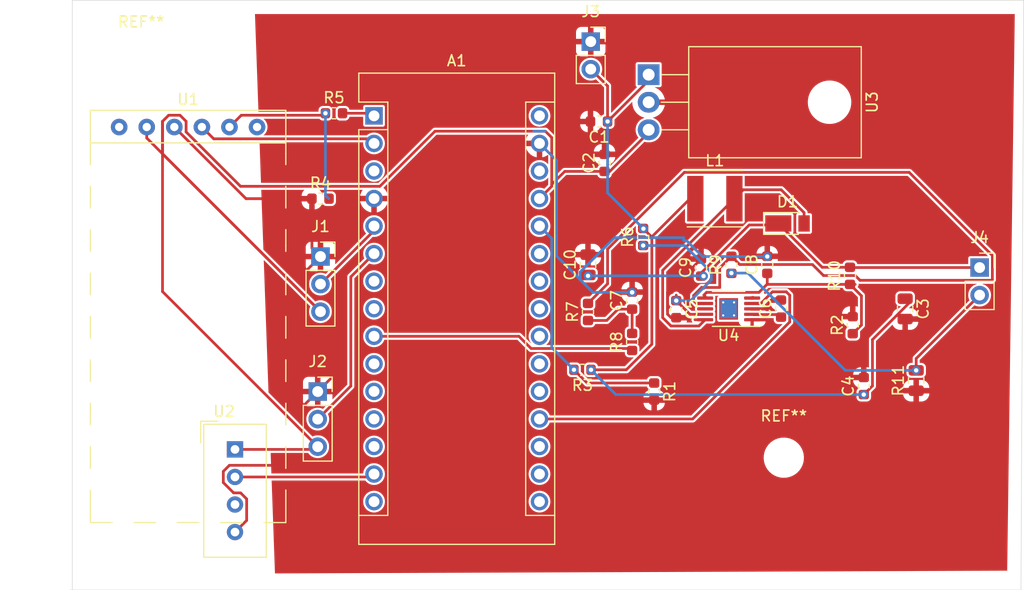
<source format=kicad_pcb>
(kicad_pcb (version 20221018) (generator pcbnew)
  (layers (0 "F.Cu" signal) (31 "B.Cu" signal) (34 "B.Paste" user) (35 "F.Paste" user) (36 "B.SilkS" user "B.Silkscreen") (37 "F.SilkS" user "F.Silkscreen") (38 "B.Mask" user) (39 "F.Mask" user) (44 "Edge.Cuts" user))
  (net 0 "")
  (net 1 "Net-(A1-Pad14)")
  (net 2 "Earth")
  (net 3 "+5V")
  (net 4 "Net-(A1-Pad26)")
  (net 5 "Net-(A1-Pad9)")
  (net 6 "Net-(A1-Pad6)")
  (net 7 "Net-(A1-Pad5)")
  (net 8 "Net-(A1-Pad19)")
  (net 9 "Net-(A1-Pad2)")
  (net 10 "Net-(A1-Pad1)")
  (net 11 "+12V")
  (net 12 "Net-(C5-Pad1)")
  (net 13 "Net-(C6-Pad1)")
  (net 14 "Net-(C7-Pad1)")
  (net 15 "Net-(C8-Pad1)")
  (net 16 "Net-(C10-Pad1)")
  (net 17 "Net-(D1-Pad2)")
  (net 18 "Net-(J4-Pad2)")
  (net 19 "Net-(R4-Pad2)")
  (net 20 "Net-(R7-Pad2)")
  (footprint "Module:Arduino_Nano" (layer "F.Cu") (at 104.5 48.5)
    (fp_text reference "A1" (at 7.62 -5.08) (layer "F.SilkS"))
    (fp_text value "Arduino_Nano_v3.x")
    (pad "1" thru_hole rect (at 0 0) (size 1.6 1.6) (drill 1) (layers "*.Cu" "*.Mask") (net 10 "Net-(A1-Pad1)"))
    (pad "2" thru_hole oval (at 0 2.54) (size 1.6 1.6) (drill 1) (layers "*.Cu" "*.Mask") (net 9 "Net-(A1-Pad2)"))
    (pad "3" thru_hole oval (at 0 5.08) (size 1.6 1.6) (drill 1) (layers "*.Cu" "*.Mask"))
    (pad "4" thru_hole oval (at 0 7.62) (size 1.6 1.6) (drill 1) (layers "*.Cu" "*.Mask") (net 2 "Earth"))
    (pad "5" thru_hole oval (at 0 10.16) (size 1.6 1.6) (drill 1) (layers "*.Cu" "*.Mask") (net 7 "Net-(A1-Pad5)"))
    (pad "6" thru_hole oval (at 0 12.7) (size 1.6 1.6) (drill 1) (layers "*.Cu" "*.Mask") (net 6 "Net-(A1-Pad6)"))
    (pad "7" thru_hole oval (at 0 15.24) (size 1.6 1.6) (drill 1) (layers "*.Cu" "*.Mask"))
    (pad "8" thru_hole oval (at 0 17.78) (size 1.6 1.6) (drill 1) (layers "*.Cu" "*.Mask"))
    (pad "9" thru_hole oval (at 0 20.32) (size 1.6 1.6) (drill 1) (layers "*.Cu" "*.Mask") (net 5 "Net-(A1-Pad9)"))
    (pad "10" thru_hole oval (at 0 22.86) (size 1.6 1.6) (drill 1) (layers "*.Cu" "*.Mask"))
    (pad "11" thru_hole oval (at 0 25.4) (size 1.6 1.6) (drill 1) (layers "*.Cu" "*.Mask"))
    (pad "12" thru_hole oval (at 0 27.94) (size 1.6 1.6) (drill 1) (layers "*.Cu" "*.Mask"))
    (pad "13" thru_hole oval (at 0 30.48) (size 1.6 1.6) (drill 1) (layers "*.Cu" "*.Mask"))
    (pad "14" thru_hole oval (at 0 33.02) (size 1.6 1.6) (drill 1) (layers "*.Cu" "*.Mask") (net 1 "Net-(A1-Pad14)"))
    (pad "15" thru_hole oval (at 0 35.56) (size 1.6 1.6) (drill 1) (layers "*.Cu" "*.Mask"))
    (pad "16" thru_hole oval (at 15.24 35.56) (size 1.6 1.6) (drill 1) (layers "*.Cu" "*.Mask"))
    (pad "17" thru_hole oval (at 15.24 33.02) (size 1.6 1.6) (drill 1) (layers "*.Cu" "*.Mask"))
    (pad "18" thru_hole oval (at 15.24 30.48) (size 1.6 1.6) (drill 1) (layers "*.Cu" "*.Mask"))
    (pad "19" thru_hole oval (at 15.24 27.94) (size 1.6 1.6) (drill 1) (layers "*.Cu" "*.Mask") (net 8 "Net-(A1-Pad19)"))
    (pad "20" thru_hole oval (at 15.24 25.4) (size 1.6 1.6) (drill 1) (layers "*.Cu" "*.Mask"))
    (pad "21" thru_hole oval (at 15.24 22.86) (size 1.6 1.6) (drill 1) (layers "*.Cu" "*.Mask"))
    (pad "22" thru_hole oval (at 15.24 20.32) (size 1.6 1.6) (drill 1) (layers "*.Cu" "*.Mask"))
    (pad "23" thru_hole oval (at 15.24 17.78) (size 1.6 1.6) (drill 1) (layers "*.Cu" "*.Mask"))
    (pad "24" thru_hole oval (at 15.24 15.24) (size 1.6 1.6) (drill 1) (layers "*.Cu" "*.Mask"))
    (pad "25" thru_hole oval (at 15.24 12.7) (size 1.6 1.6) (drill 1) (layers "*.Cu" "*.Mask"))
    (pad "26" thru_hole oval (at 15.24 10.16) (size 1.6 1.6) (drill 1) (layers "*.Cu" "*.Mask") (net 4 "Net-(A1-Pad26)"))
    (pad "27" thru_hole oval (at 15.24 7.62) (size 1.6 1.6) (drill 1) (layers "*.Cu" "*.Mask") (net 3 "+5V"))
    (pad "28" thru_hole oval (at 15.24 5.08) (size 1.6 1.6) (drill 1) (layers "*.Cu" "*.Mask"))
    (pad "29" thru_hole oval (at 15.24 2.54) (size 1.6 1.6) (drill 1) (layers "*.Cu" "*.Mask") (net 2 "Earth"))
    (pad "30" thru_hole oval (at 15.24 0) (size 1.6 1.6) (drill 1) (layers "*.Cu" "*.Mask"))
  )
  (footprint "Capacitor_SMD:C_0603_1608Metric" (layer "F.Cu") (at 125.222 49.022 180)
    (fp_text reference "C1" (at 0 -1.43) (layer "F.SilkS"))
    (fp_text value "10μF")
    (pad "1" smd roundrect (at -0.7875 0 180) (size 0.875 0.95) (layers "F.Cu" "F.Paste" "F.Mask") (net 11 "+12V"))
    (pad "2" smd roundrect (at 0.7875 0 180) (size 0.875 0.95) (layers "F.Cu" "F.Paste" "F.Mask") (net 2 "Earth"))
  )
  (footprint "Capacitor_SMD:C_0603_1608Metric" (layer "F.Cu") (at 125.73 52.832 90)
    (fp_text reference "C2" (at 0 -1.43 90) (layer "F.SilkS"))
    (fp_text value "10μF")
    (pad "1" smd roundrect (at -0.7875 0 90) (size 0.875 0.95) (layers "F.Cu" "F.Paste" "F.Mask") (net 3 "+5V"))
    (pad "2" smd roundrect (at 0.7875 0 90) (size 0.875 0.95) (layers "F.Cu" "F.Paste" "F.Mask") (net 2 "Earth"))
  )
  (footprint "Capacitor_SMD:C_0805_2012Metric" (layer "F.Cu") (at 153.416 66.294 -90)
    (fp_text reference "C3" (at 0 -1.65 90) (layer "F.SilkS"))
    (fp_text value "22μF")
    (pad "1" smd roundrect (at -0.9375 0 270) (size 0.975 1.4) (layers "F.Cu" "F.Paste" "F.Mask") (net 11 "+12V"))
    (pad "2" smd roundrect (at 0.9375 0 270) (size 0.975 1.4) (layers "F.Cu" "F.Paste" "F.Mask") (net 2 "Earth"))
  )
  (footprint "Capacitor_SMD:C_0603_1608Metric" (layer "F.Cu") (at 149.606 73.406 90)
    (fp_text reference "C4" (at 0 -1.43 90) (layer "F.SilkS"))
    (fp_text value "1μF")
    (pad "1" smd roundrect (at -0.7875 0 90) (size 0.875 0.95) (layers "F.Cu" "F.Paste" "F.Mask") (net 11 "+12V"))
    (pad "2" smd roundrect (at 0.7875 0 90) (size 0.875 0.95) (layers "F.Cu" "F.Paste" "F.Mask") (net 2 "Earth"))
  )
  (footprint "Capacitor_SMD:C_0603_1608Metric" (layer "F.Cu") (at 132.334 66.3195 -90)
    (fp_text reference "C5" (at 0 -1.43 90) (layer "F.SilkS"))
    (fp_text value "220nF")
    (pad "1" smd roundrect (at -0.7875 0 270) (size 0.875 0.95) (layers "F.Cu" "F.Paste" "F.Mask") (net 12 "Net-(C5-Pad1)"))
    (pad "2" smd roundrect (at 0.7875 0 270) (size 0.875 0.95) (layers "F.Cu" "F.Paste" "F.Mask") (net 2 "Earth"))
  )
  (footprint "Capacitor_SMD:C_0603_1608Metric" (layer "F.Cu") (at 141.986 66.2685 90)
    (fp_text reference "C6" (at 0 -1.43 90) (layer "F.SilkS"))
    (fp_text value "100nF")
    (pad "1" smd roundrect (at -0.7875 0 90) (size 0.875 0.95) (layers "F.Cu" "F.Paste" "F.Mask") (net 13 "Net-(C6-Pad1)"))
    (pad "2" smd roundrect (at 0.7875 0 90) (size 0.875 0.95) (layers "F.Cu" "F.Paste" "F.Mask") (net 2 "Earth"))
  )
  (footprint "Capacitor_SMD:C_0603_1608Metric" (layer "F.Cu") (at 128.27 65.532 90)
    (fp_text reference "C7" (at 0 -1.43 90) (layer "F.SilkS"))
    (fp_text value "1μF")
    (pad "1" smd roundrect (at -0.7875 0 90) (size 0.875 0.95) (layers "F.Cu" "F.Paste" "F.Mask") (net 14 "Net-(C7-Pad1)"))
    (pad "2" smd roundrect (at 0.7875 0 90) (size 0.875 0.95) (layers "F.Cu" "F.Paste" "F.Mask") (net 2 "Earth"))
  )
  (footprint "Capacitor_SMD:C_0603_1608Metric" (layer "F.Cu") (at 140.716 62.23 90)
    (fp_text reference "C8" (at 0 -1.43 90) (layer "F.SilkS"))
    (fp_text value "10nF")
    (pad "1" smd roundrect (at -0.7875 0 90) (size 0.875 0.95) (layers "F.Cu" "F.Paste" "F.Mask") (net 15 "Net-(C8-Pad1)"))
    (pad "2" smd roundrect (at 0.7875 0 90) (size 0.875 0.95) (layers "F.Cu" "F.Paste" "F.Mask") (net 2 "Earth"))
  )
  (footprint "Capacitor_SMD:C_0603_1608Metric" (layer "F.Cu") (at 134.62 62.484 90)
    (fp_text reference "C9" (at 0 -1.43 90) (layer "F.SilkS"))
    (fp_text value "100nF")
    (pad "1" smd roundrect (at -0.7875 0 90) (size 0.875 0.95) (layers "F.Cu" "F.Paste" "F.Mask") (net 16 "Net-(C10-Pad1)"))
    (pad "2" smd roundrect (at 0.7875 0 90) (size 0.875 0.95) (layers "F.Cu" "F.Paste" "F.Mask") (net 2 "Earth"))
  )
  (footprint "Capacitor_SMD:C_0805_2012Metric" (layer "F.Cu") (at 124.206 62.23 90)
    (fp_text reference "C10" (at 0 -1.65 90) (layer "F.SilkS"))
    (fp_text value "22μF")
    (pad "1" smd roundrect (at -0.9375 0 90) (size 0.975 1.4) (layers "F.Cu" "F.Paste" "F.Mask") (net 16 "Net-(C10-Pad1)"))
    (pad "2" smd roundrect (at 0.9375 0 90) (size 0.975 1.4) (layers "F.Cu" "F.Paste" "F.Mask") (net 2 "Earth"))
  )
  (footprint "Diode_SMD:D_PowerDI-123" (layer "F.Cu") (at 142.582 58.42)
    (fp_text reference "D1" (at 0 -2) (layer "F.SilkS"))
    (fp_text value "D_Zener")
    (pad "1" smd rect (at -0.85 0 180) (size 2.4 1.5) (layers "F.Cu" "F.Paste" "F.Mask") (net 16 "Net-(C10-Pad1)"))
    (pad "2" smd rect (at 1.525 0 180) (size 1.05 1.5) (layers "F.Cu" "F.Paste" "F.Mask") (net 17 "Net-(D1-Pad2)"))
  )
  (footprint "Connector_PinSocket_2.54mm:PinSocket_1x03_P2.54mm_Vertical" (layer "F.Cu") (at 99.568 61.468)
    (fp_text reference "J1" (at 0 -2.77) (layer "F.SilkS"))
    (fp_text value "Speed")
    (pad "1" thru_hole rect (at 0 0) (size 1.7 1.7) (drill 1) (layers "*.Cu" "*.Mask") (net 2 "Earth"))
    (pad "2" thru_hole oval (at 0 2.54) (size 1.7 1.7) (drill 1) (layers "*.Cu" "*.Mask") (net 7 "Net-(A1-Pad5)"))
    (pad "3" thru_hole oval (at 0 5.08) (size 1.7 1.7) (drill 1) (layers "*.Cu" "*.Mask") (net 3 "+5V"))
  )
  (footprint "Connector_PinSocket_2.54mm:PinSocket_1x03_P2.54mm_Vertical" (layer "F.Cu") (at 99.314 73.914)
    (fp_text reference "J2" (at 0 -2.77) (layer "F.SilkS"))
    (fp_text value "Cadence")
    (pad "1" thru_hole rect (at 0 0) (size 1.7 1.7) (drill 1) (layers "*.Cu" "*.Mask") (net 2 "Earth"))
    (pad "2" thru_hole oval (at 0 2.54) (size 1.7 1.7) (drill 1) (layers "*.Cu" "*.Mask") (net 6 "Net-(A1-Pad6)"))
    (pad "3" thru_hole oval (at 0 5.08) (size 1.7 1.7) (drill 1) (layers "*.Cu" "*.Mask") (net 3 "+5V"))
  )
  (footprint "Connector_PinSocket_2.54mm:PinSocket_1x02_P2.54mm_Vertical" (layer "F.Cu") (at 124.46 41.656)
    (fp_text reference "J3" (at 0 -2.77) (layer "F.SilkS"))
    (fp_text value "12V Battery Connector")
    (pad "1" thru_hole rect (at 0 0) (size 1.7 1.7) (drill 1) (layers "*.Cu" "*.Mask") (net 2 "Earth"))
    (pad "2" thru_hole oval (at 0 2.54) (size 1.7 1.7) (drill 1) (layers "*.Cu" "*.Mask") (net 11 "+12V"))
  )
  (footprint "Connector_PinSocket_2.54mm:PinSocket_1x02_P2.54mm_Vertical" (layer "F.Cu") (at 160.274 62.484)
    (fp_text reference "J4" (at 0 -2.77) (layer "F.SilkS"))
    (fp_text value "LED")
    (pad "1" thru_hole rect (at 0 0) (size 1.7 1.7) (drill 1) (layers "*.Cu" "*.Mask") (net 16 "Net-(C10-Pad1)"))
    (pad "2" thru_hole oval (at 0 2.54) (size 1.7 1.7) (drill 1) (layers "*.Cu" "*.Mask") (net 18 "Net-(J4-Pad2)"))
  )
  (footprint "Inductor_SMD:L_Taiyo-Yuden_MD-5050" (layer "F.Cu") (at 135.89 56.134)
    (fp_text reference "L1" (at 0 -3.5) (layer "F.SilkS"))
    (fp_text value "10μH")
    (pad "1" smd rect (at -1.8 0) (size 1.5 4.2) (layers "F.Cu" "F.Paste" "F.Mask") (net 11 "+12V"))
    (pad "2" smd rect (at 1.8 0) (size 1.5 4.2) (layers "F.Cu" "F.Paste" "F.Mask") (net 17 "Net-(D1-Pad2)"))
  )
  (footprint "Resistor_SMD:R_0603_1608Metric" (layer "F.Cu") (at 130.302 73.914 -90)
    (fp_text reference "R1" (at 0 -1.43 90) (layer "F.SilkS"))
    (fp_text value "10kΩ")
    (pad "1" smd roundrect (at -0.7875 0 270) (size 0.875 0.95) (layers "F.Cu" "F.Paste" "F.Mask") (net 4 "Net-(A1-Pad26)"))
    (pad "2" smd roundrect (at 0.7875 0 270) (size 0.875 0.95) (layers "F.Cu" "F.Paste" "F.Mask") (net 2 "Earth"))
  )
  (footprint "Resistor_SMD:R_0603_1608Metric" (layer "F.Cu") (at 148.59 67.7925 90)
    (fp_text reference "R2" (at 0 -1.43 90) (layer "F.SilkS"))
    (fp_text value "1kΩ")
    (pad "1" smd roundrect (at -0.7875 0 90) (size 0.875 0.95) (layers "F.Cu" "F.Paste" "F.Mask") (net 15 "Net-(C8-Pad1)"))
    (pad "2" smd roundrect (at 0.7875 0 90) (size 0.875 0.95) (layers "F.Cu" "F.Paste" "F.Mask") (net 2 "Earth"))
  )
  (footprint "Resistor_SMD:R_0603_1608Metric" (layer "F.Cu") (at 123.698 71.9075 180)
    (fp_text reference "R3" (at 0 -1.43) (layer "F.SilkS"))
    (fp_text value "20kΩ")
    (pad "1" smd roundrect (at -0.7875 0 180) (size 0.875 0.95) (layers "F.Cu" "F.Paste" "F.Mask") (net 11 "+12V"))
    (pad "2" smd roundrect (at 0.7875 0 180) (size 0.875 0.95) (layers "F.Cu" "F.Paste" "F.Mask") (net 4 "Net-(A1-Pad26)"))
  )
  (footprint "Resistor_SMD:R_0603_1608Metric" (layer "F.Cu") (at 99.568 56.134)
    (fp_text reference "R4" (at 0 -1.43) (layer "F.SilkS"))
    (fp_text value "20kΩ")
    (pad "1" smd roundrect (at -0.7875 0) (size 0.875 0.95) (layers "F.Cu" "F.Paste" "F.Mask") (net 2 "Earth"))
    (pad "2" smd roundrect (at 0.7875 0) (size 0.875 0.95) (layers "F.Cu" "F.Paste" "F.Mask") (net 19 "Net-(R4-Pad2)"))
  )
  (footprint "Resistor_SMD:R_0603_1608Metric" (layer "F.Cu") (at 100.8125 48.26)
    (fp_text reference "R5" (at 0 -1.43) (layer "F.SilkS"))
    (fp_text value "10kΩ")
    (pad "1" smd roundrect (at -0.7875 0) (size 0.875 0.95) (layers "F.Cu" "F.Paste" "F.Mask") (net 19 "Net-(R4-Pad2)"))
    (pad "2" smd roundrect (at 0.7875 0) (size 0.875 0.95) (layers "F.Cu" "F.Paste" "F.Mask") (net 10 "Net-(A1-Pad1)"))
  )
  (footprint "Resistor_SMD:R_0603_1608Metric" (layer "F.Cu") (at 129.286 59.6645 90)
    (fp_text reference "R6" (at 0 -1.43 90) (layer "F.SilkS"))
    (fp_text value "51Ω")
    (pad "1" smd roundrect (at -0.7875 0 90) (size 0.875 0.95) (layers "F.Cu" "F.Paste" "F.Mask") (net 12 "Net-(C5-Pad1)"))
    (pad "2" smd roundrect (at 0.7875 0 90) (size 0.875 0.95) (layers "F.Cu" "F.Paste" "F.Mask") (net 11 "+12V"))
  )
  (footprint "Resistor_SMD:R_0603_1608Metric" (layer "F.Cu") (at 124.206 66.5735 90)
    (fp_text reference "R7" (at 0 -1.43 90) (layer "F.SilkS"))
    (fp_text value "56kΩ")
    (pad "1" smd roundrect (at -0.7875 0 90) (size 0.875 0.95) (layers "F.Cu" "F.Paste" "F.Mask") (net 14 "Net-(C7-Pad1)"))
    (pad "2" smd roundrect (at 0.7875 0 90) (size 0.875 0.95) (layers "F.Cu" "F.Paste" "F.Mask") (net 20 "Net-(R7-Pad2)"))
  )
  (footprint "Resistor_SMD:R_0603_1608Metric" (layer "F.Cu") (at 128.27 69.342 90)
    (fp_text reference "R8" (at 0 -1.43 90) (layer "F.SilkS"))
    (fp_text value "100kΩ")
    (pad "1" smd roundrect (at -0.7875 0 90) (size 0.875 0.95) (layers "F.Cu" "F.Paste" "F.Mask") (net 5 "Net-(A1-Pad9)"))
    (pad "2" smd roundrect (at 0.7875 0 90) (size 0.875 0.95) (layers "F.Cu" "F.Paste" "F.Mask") (net 14 "Net-(C7-Pad1)"))
  )
  (footprint "Resistor_SMD:R_0603_1608Metric" (layer "F.Cu") (at 137.414 62.23 90)
    (fp_text reference "R9" (at 0 -1.43 90) (layer "F.SilkS"))
    (fp_text value "10kΩ")
    (pad "1" smd roundrect (at -0.7875 0 90) (size 0.875 0.95) (layers "F.Cu" "F.Paste" "F.Mask") (net 18 "Net-(J4-Pad2)"))
    (pad "2" smd roundrect (at 0.7875 0 90) (size 0.875 0.95) (layers "F.Cu" "F.Paste" "F.Mask") (net 20 "Net-(R7-Pad2)"))
  )
  (footprint "Resistor_SMD:R_0603_1608Metric" (layer "F.Cu") (at 148.336 63.246 90)
    (fp_text reference "R10" (at 0 -1.43 90) (layer "F.SilkS"))
    (fp_text value "25kΩ")
    (pad "1" smd roundrect (at -0.7875 0 90) (size 0.875 0.95) (layers "F.Cu" "F.Paste" "F.Mask") (net 15 "Net-(C8-Pad1)"))
    (pad "2" smd roundrect (at 0.7875 0 90) (size 0.875 0.95) (layers "F.Cu" "F.Paste" "F.Mask") (net 16 "Net-(C10-Pad1)"))
  )
  (footprint "Resistor_SMD:R_0805_2012Metric" (layer "F.Cu") (at 154.432 72.898 90)
    (fp_text reference "R11" (at 0 -1.65 90) (layer "F.SilkS"))
    (fp_text value "0.3Ω")
    (pad "1" smd roundrect (at -0.9375 0 90) (size 0.975 1.4) (layers "F.Cu" "F.Paste" "F.Mask") (net 2 "Earth"))
    (pad "2" smd roundrect (at 0.9375 0 90) (size 0.975 1.4) (layers "F.Cu" "F.Paste" "F.Mask") (net 18 "Net-(J4-Pad2)"))
  )
  (footprint "low_racer_parts:HC-05" (layer "F.Cu") (at 87.376 46.99)
    (fp_text reference "U1" (at 0 0) (layer "F.SilkS"))
    (fp_text value "HC-05")
    (pad "1" thru_hole circle (at -6.35 2.54) (size 1.524 1.524) (drill 0.762) (layers "*.Cu" "*.Mask"))
    (pad "2" thru_hole circle (at -3.81 2.54) (size 1.524 1.524) (drill 0.762) (layers "*.Cu" "*.Mask") (net 3 "+5V"))
    (pad "3" thru_hole circle (at -1.27 2.54) (size 1.524 1.524) (drill 0.762) (layers "*.Cu" "*.Mask") (net 2 "Earth"))
    (pad "4" thru_hole circle (at 1.27 2.54) (size 1.524 1.524) (drill 0.762) (layers "*.Cu" "*.Mask") (net 9 "Net-(A1-Pad2)"))
    (pad "5" thru_hole circle (at 3.81 2.54) (size 1.524 1.524) (drill 0.762) (layers "*.Cu" "*.Mask") (net 19 "Net-(R4-Pad2)"))
    (pad "6" thru_hole circle (at 6.35 2.54) (size 1.524 1.524) (drill 0.762) (layers "*.Cu" "*.Mask"))
  )
  (footprint "Sensor:Aosong_DHT11_5.5x12.0_P2.54mm" (layer "F.Cu") (at 91.694 79.248)
    (fp_text reference "U2" (at -1 -3.5) (layer "F.SilkS"))
    (fp_text value "DHT11")
    (pad "1" thru_hole rect (at 0 0) (size 1.5 1.5) (drill 0.8) (layers "*.Cu" "*.Mask") (net 3 "+5V"))
    (pad "2" thru_hole circle (at 0 2.54) (size 1.5 1.5) (drill 0.8) (layers "*.Cu" "*.Mask") (net 1 "Net-(A1-Pad14)"))
    (pad "3" thru_hole circle (at 0 5.08) (size 1.5 1.5) (drill 0.8) (layers "*.Cu" "*.Mask"))
    (pad "4" thru_hole circle (at 0 7.62) (size 1.5 1.5) (drill 0.8) (layers "*.Cu" "*.Mask") (net 2 "Earth"))
  )
  (footprint "Package_TO_SOT_THT:TO-220-3_Horizontal_TabDown" (layer "F.Cu") (at 129.794 44.704 -90)
    (fp_text reference "U3" (at 2.54 -20.58 90) (layer "F.SilkS"))
    (fp_text value "L7805")
    (pad "" np_thru_hole oval (at 2.54 -16.66 270) (size 3.5 3.5) (drill 3.5) (layers "*.Cu" "*.Mask"))
    (pad "1" thru_hole rect (at 0 0 270) (size 1.905 2) (drill 1.1) (layers "*.Cu" "*.Mask") (net 11 "+12V"))
    (pad "2" thru_hole oval (at 2.54 0 270) (size 1.905 2) (drill 1.1) (layers "*.Cu" "*.Mask") (net 2 "Earth"))
    (pad "3" thru_hole oval (at 5.08 0 270) (size 1.905 2) (drill 1.1) (layers "*.Cu" "*.Mask") (net 3 "+5V"))
  )
  (footprint "Package_SO:MSOP-10-1EP_3x3mm_P0.5mm_EP1.73x1.98mm_ThermalVias" (layer "F.Cu") (at 137.16 66.294 180)
    (fp_text reference "U4" (at 0 -2.45) (layer "F.SilkS"))
    (fp_text value "IS31LT3505")
    (pad "1" smd roundrect (at -2.1625 -1 180) (size 1.475 0.3) (layers "F.Cu" "F.Paste" "F.Mask") (net 2 "Earth"))
    (pad "2" smd roundrect (at -2.1625 -0.5 180) (size 1.475 0.3) (layers "F.Cu" "F.Paste" "F.Mask") (net 13 "Net-(C6-Pad1)"))
    (pad "3" smd roundrect (at -2.1625 0 180) (size 1.475 0.3) (layers "F.Cu" "F.Paste" "F.Mask") (net 2 "Earth"))
    (pad "4" smd roundrect (at -2.1625 0.5 180) (size 1.475 0.3) (layers "F.Cu" "F.Paste" "F.Mask") (net 8 "Net-(A1-Pad19)"))
    (pad "5" smd roundrect (at -2.1625 1 180) (size 1.475 0.3) (layers "F.Cu" "F.Paste" "F.Mask") (net 2 "Earth"))
    (pad "6" smd roundrect (at 2.1625 1 180) (size 1.475 0.3) (layers "F.Cu" "F.Paste" "F.Mask") (net 15 "Net-(C8-Pad1)"))
    (pad "7" smd roundrect (at 2.1625 0.5 180) (size 1.475 0.3) (layers "F.Cu" "F.Paste" "F.Mask") (net 20 "Net-(R7-Pad2)"))
    (pad "8" smd roundrect (at 2.1625 0 180) (size 1.475 0.3) (layers "F.Cu" "F.Paste" "F.Mask"))
    (pad "9" smd roundrect (at 2.1625 -0.5 180) (size 1.475 0.3) (layers "F.Cu" "F.Paste" "F.Mask") (net 12 "Net-(C5-Pad1)"))
    (pad "10" smd roundrect (at 2.1625 -1 180) (size 1.475 0.3) (layers "F.Cu" "F.Paste" "F.Mask") (net 17 "Net-(D1-Pad2)"))
    (pad "11" thru_hole circle (at -0.5 -0.6 180) (size 0.5 0.5) (drill 0.2) (layers "*.Cu"))
    (pad "11" thru_hole circle (at -0.5 0.6 180) (size 0.5 0.5) (drill 0.2) (layers "*.Cu"))
    (pad "11" smd rect (at 0 0 180) (size 1.5 1.7) (layers "B.Cu"))
    (pad "11" smd rect (at 0 0 180) (size 1.73 1.98) (layers "F.Cu" "F.Mask"))
    (pad "11" thru_hole circle (at 0.5 -0.6 180) (size 0.5 0.5) (drill 0.2) (layers "*.Cu"))
    (pad "11" thru_hole circle (at 0.5 0.6 180) (size 0.5 0.5) (drill 0.2) (layers "*.Cu"))
  )
  (footprint "MountingHole:MountingHole_3.2mm_M3_ISO7380" (layer "F.Cu") (at 142.24 80.01)
    (fp_text reference "REF**" (at 0 -3.85) (layer "F.SilkS"))
    (fp_text value "MountingHole_3.2mm_M3_ISO7380")
    (pad "" np_thru_hole circle (at 0 0) (size 3.2 3.2) (drill 3.2) (layers "*.Cu" "*.Mask"))
  )
  (footprint "MountingHole:MountingHole_3.2mm_M3_ISO7380" (layer "F.Cu") (at 83.058 43.688)
    (fp_text reference "REF**" (at 0 -3.85) (layer "F.SilkS"))
    (fp_text value "MountingHole_3.2mm_M3_ISO7380")
    (pad "" np_thru_hole circle (at 0 0) (size 3.2 3.2) (drill 3.2) (layers "*.Cu" "*.Mask"))
  )
  (gr_line (start 76.708 92.202) (end 164.084 92.202) (stroke (width 0.05)) (layer "Edge.Cuts"))
  (gr_line (start 76.708 92.202) (end 76.454 92.202) (stroke (width 0.05)) (layer "Edge.Cuts"))
  (gr_line (start 164.338 37.846) (end 164.084 92.202) (stroke (width 0.05)) (layer "Edge.Cuts"))
  (gr_line (start 76.708 37.846) (end 76.708 92.202) (stroke (width 0.05)) (layer "Edge.Cuts"))
  (gr_line (start 76.708 37.846) (end 164.338 37.846) (stroke (width 0.05)) (layer "Edge.Cuts"))
  (segment (start 91.694 81.788) (end 104.232 81.788) (width 0.25) (layer "F.Cu") (net 1))
  (segment (start 104.232 81.788) (end 104.5 81.52) (width 0.25) (layer "F.Cu") (net 1))
  (segment (start 149.606 72.6185) (end 149.606 72.6185) (width 0.25) (layer "F.Cu") (net 2))
  (segment (start 119.74 51.04) (end 119.74 51.04) (width 0.25) (layer "F.Cu") (net 2))
  (segment (start 100.132001 65.372999) (end 100.743001 65.983999) (width 0.25) (layer "F.Cu") (net 2))
  (segment (start 99.193997 65.372999) (end 100.132001 65.372999) (width 0.25) (layer "F.Cu") (net 2))
  (segment (start 98.775409 77.818999) (end 99.878001 77.818999) (width 0.25) (layer "F.Cu") (net 2))
  (segment (start 132.334 67.107) (end 131.859 67.107) (width 0.25) (layer "F.Cu") (net 2))
  (segment (start 91.567997 83.252999) (end 92.210001 83.252999) (width 0.25) (layer "F.Cu") (net 2))
  (segment (start 92.769001 85.792999) (end 91.694 86.868) (width 0.25) (layer "F.Cu") (net 2))
  (segment (start 91.177999 80.712999) (end 90.618999 81.271999) (width 0.25) (layer "F.Cu") (net 2))
  (segment (start 90.618999 82.304001) (end 91.567997 83.252999) (width 0.25) (layer "F.Cu") (net 2))
  (segment (start 100.489001 78.429999) (end 100.489001 79.558001) (width 0.25) (layer "F.Cu") (net 2))
  (segment (start 131.53399 64.78251) (end 134.62 61.6965) (width 0.25) (layer "F.Cu") (net 2))
  (segment (start 100.489001 79.558001) (end 99.334003 80.712999) (width 0.25) (layer "F.Cu") (net 2))
  (segment (start 97.727205 76.770795) (end 98.775409 77.818999) (width 0.25) (layer "F.Cu") (net 2))
  (segment (start 99.568 61.468) (end 98.392999 62.643001) (width 0.25) (layer "F.Cu") (net 2))
  (segment (start 98.7805 56.134) (end 98.7805 60.6805) (width 0.25) (layer "F.Cu") (net 2))
  (segment (start 92.210001 83.252999) (end 92.769001 83.811999) (width 0.25) (layer "F.Cu") (net 2))
  (segment (start 99.878001 77.818999) (end 100.489001 78.429999) (width 0.25) (layer "F.Cu") (net 2))
  (segment (start 98.392999 62.643001) (end 98.392999 64.572001) (width 0.25) (layer "F.Cu") (net 2))
  (segment (start 98.7805 60.6805) (end 99.568 61.468) (width 0.25) (layer "F.Cu") (net 2))
  (segment (start 86.106 49.53) (end 92.71 56.134) (width 0.25) (layer "F.Cu") (net 2))
  (segment (start 99.314 73.914) (end 97.727205 75.500795) (width 0.25) (layer "F.Cu") (net 2))
  (segment (start 131.859 67.107) (end 131.53399 66.78199) (width 0.25) (layer "F.Cu") (net 2))
  (segment (start 100.743001 65.983999) (end 100.743001 72.484999) (width 0.25) (layer "F.Cu") (net 2))
  (segment (start 132.334 67.107) (end 132.647 66.794) (width 0.25) (layer "F.Cu") (net 2))
  (segment (start 139.3895 65.227) (end 139.3225 65.294) (width 0.25) (layer "F.Cu") (net 2))
  (segment (start 92.71 56.134) (end 98.7805 56.134) (width 0.25) (layer "F.Cu") (net 2))
  (segment (start 97.727205 75.500795) (end 97.727205 76.770795) (width 0.25) (layer "F.Cu") (net 2))
  (segment (start 99.334003 80.712999) (end 91.177999 80.712999) (width 0.25) (layer "F.Cu") (net 2))
  (segment (start 90.618999 81.271999) (end 90.618999 82.304001) (width 0.25) (layer "F.Cu") (net 2))
  (segment (start 100.743001 72.484999) (end 99.314 73.914) (width 0.25) (layer "F.Cu") (net 2))
  (segment (start 98.392999 64.572001) (end 99.193997 65.372999) (width 0.25) (layer "F.Cu") (net 2))
  (segment (start 148.59 67.005) (end 148.5645 67.0305) (width 0.25) (layer "F.Cu") (net 2))
  (segment (start 92.769001 83.811999) (end 92.769001 85.792999) (width 0.25) (layer "F.Cu") (net 2))
  (segment (start 131.53399 66.78199) (end 131.53399 64.78251) (width 0.25) (layer "F.Cu") (net 2))
  (via (at 128.27 64.77) (size 0.8) (drill 0.4) (layers "F.Cu" "B.Cu") (net 2))
  (via (at 128.27 64.77) (size 0.8) (drill 0.4) (layers "F.Cu" "B.Cu") (net 2))
  (via (at 119.74 51.04) (size 0.8) (drill 0.4) (layers "F.Cu" "B.Cu") (net 2))
  (via (at 140.716 61.468) (size 0.8) (drill 0.4) (layers "F.Cu" "B.Cu") (net 2))
  (segment (start 123.480999 63.594001) (end 123.480999 62.897999) (width 0.25) (layer "B.Cu") (net 2))
  (segment (start 124.656998 64.77) (end 123.480999 63.594001) (width 0.25) (layer "B.Cu") (net 2))
  (segment (start 128.27 64.77) (end 124.656998 64.77) (width 0.25) (layer "B.Cu") (net 2))
  (segment (start 121.315011 61.428013) (end 121.315011 52.615011) (width 0.25) (layer "B.Cu") (net 2))
  (segment (start 126.651999 59.726999) (end 133.013411 59.726999) (width 0.25) (layer "B.Cu") (net 2))
  (segment (start 133.013411 59.726999) (end 133.013411 60.00199) (width 0.25) (layer "B.Cu") (net 2))
  (segment (start 124.656998 64.77) (end 121.315011 61.428013) (width 0.25) (layer "B.Cu") (net 2))
  (segment (start 133.288403 60.001991) (end 134.754412 61.468) (width 0.25) (layer "B.Cu") (net 2))
  (segment (start 133.013411 60.00199) (end 133.288403 60.001991) (width 0.25) (layer "B.Cu") (net 2))
  (segment (start 134.754412 61.468) (end 140.716 61.468) (width 0.25) (layer "B.Cu") (net 2))
  (segment (start 121.315011 52.615011) (end 119.74 51.04) (width 0.25) (layer "B.Cu") (net 2))
  (segment (start 134.754412 61.468) (end 134.814206 61.527794) (width 0.25) (layer "B.Cu") (net 2))
  (segment (start 123.480999 62.897999) (end 126.651999 59.726999) (width 0.25) (layer "B.Cu") (net 2))
  (segment (start 129.921 49.911) (end 129.794 49.784) (width 0.25) (layer "F.Cu") (net 3))
  (segment (start 129.921 49.911) (end 126.2125 53.6195) (width 0.25) (layer "F.Cu") (net 3))
  (segment (start 120.865001 50.499999) (end 120.280001 49.914999) (width 0.25) (layer "F.Cu") (net 3))
  (segment (start 99.06 79.248) (end 99.314 78.994) (width 0.25) (layer "F.Cu") (net 3))
  (segment (start 105.040001 54.994999) (end 92.207409 54.994999) (width 0.25) (layer "F.Cu") (net 3))
  (segment (start 120.865001 54.994999) (end 120.865001 54.825001) (width 0.25) (layer "F.Cu") (net 3))
  (segment (start 83.566 50.546) (end 99.568 66.548) (width 0.25) (layer "F.Cu") (net 3))
  (segment (start 86.627761 48.442999) (end 85.584239 48.442999) (width 0.25) (layer "F.Cu") (net 3))
  (segment (start 83.566 49.53) (end 83.566 50.546) (width 0.25) (layer "F.Cu") (net 3))
  (segment (start 99.568 66.548) (end 85.018999 51.998999) (width 0.25) (layer "F.Cu") (net 3))
  (segment (start 92.207409 54.994999) (end 87.193001 49.980591) (width 0.25) (layer "F.Cu") (net 3))
  (segment (start 126.2125 53.6195) (end 125.73 53.6195) (width 0.25) (layer "F.Cu") (net 3))
  (segment (start 87.193001 49.980591) (end 87.193001 49.008239) (width 0.25) (layer "F.Cu") (net 3))
  (segment (start 85.018999 64.698999) (end 99.314 78.994) (width 0.25) (layer "F.Cu") (net 3))
  (segment (start 85.584239 48.442999) (end 85.018999 49.008239) (width 0.25) (layer "F.Cu") (net 3))
  (segment (start 119.74 56.12) (end 120.865001 54.994999) (width 0.25) (layer "F.Cu") (net 3))
  (segment (start 85.018999 51.998999) (end 85.018999 49.008239) (width 0.25) (layer "F.Cu") (net 3))
  (segment (start 110.120001 49.914999) (end 105.040001 54.994999) (width 0.25) (layer "F.Cu") (net 3))
  (segment (start 120.865001 54.825001) (end 120.865001 50.499999) (width 0.25) (layer "F.Cu") (net 3))
  (segment (start 87.193001 49.008239) (end 86.627761 48.442999) (width 0.25) (layer "F.Cu") (net 3))
  (segment (start 125.73 53.6195) (end 122.070502 53.6195) (width 0.25) (layer "F.Cu") (net 3))
  (segment (start 91.694 79.248) (end 99.06 79.248) (width 0.25) (layer "F.Cu") (net 3))
  (segment (start 122.070502 53.6195) (end 120.865001 54.825001) (width 0.25) (layer "F.Cu") (net 3))
  (segment (start 85.018999 49.008239) (end 85.018999 64.698999) (width 0.25) (layer "F.Cu") (net 3))
  (segment (start 120.280001 49.914999) (end 110.120001 49.914999) (width 0.25) (layer "F.Cu") (net 3))
  (via (at 129.921 49.911) (size 0.8) (drill 0.4) (layers "F.Cu" "B.Cu") (net 3))
  (segment (start 120.265001 49.914999) (end 119.199999 49.914999) (width 0.25) (layer "B.Cu") (net 3))
  (segment (start 122.9105 71.9075) (end 122.9105 71.9075) (width 0.25) (layer "F.Cu") (net 4))
  (segment (start 122.9105 71.9075) (end 124.1295 73.1265) (width 0.25) (layer "F.Cu") (net 4))
  (segment (start 124.1295 73.1265) (end 130.302 73.1265) (width 0.25) (layer "F.Cu") (net 4))
  (via (at 122.9105 71.9075) (size 0.8) (drill 0.4) (layers "F.Cu" "B.Cu") (net 4))
  (via (at 119.888 58.42) (size 0.8) (drill 0.4) (layers "F.Cu" "B.Cu") (net 4))
  (segment (start 122.9105 71.9075) (end 122.9105 71.9075) (width 0.25) (layer "B.Cu") (net 4))
  (segment (start 120.865001 59.785001) (end 120.865001 69.862001) (width 0.25) (layer "B.Cu") (net 4))
  (segment (start 119.74 58.66) (end 120.865001 59.785001) (width 0.25) (layer "B.Cu") (net 4))
  (segment (start 120.865001 69.862001) (end 122.9105 71.9075) (width 0.25) (layer "B.Cu") (net 4))
  (segment (start 118.967001 69.945001) (end 128.085501 69.945001) (width 0.25) (layer "F.Cu") (net 5))
  (segment (start 117.842 68.82) (end 118.967001 69.945001) (width 0.25) (layer "F.Cu") (net 5))
  (segment (start 128.085501 69.945001) (end 128.27 70.1295) (width 0.25) (layer "F.Cu") (net 5))
  (segment (start 104.5 68.82) (end 117.842 68.82) (width 0.25) (layer "F.Cu") (net 5))
  (segment (start 102.362 73.406) (end 102.362 63.338) (width 0.25) (layer "F.Cu") (net 6))
  (segment (start 99.314 76.454) (end 102.362 73.406) (width 0.25) (layer "F.Cu") (net 6))
  (segment (start 102.362 63.338) (end 104.5 61.2) (width 0.25) (layer "F.Cu") (net 6))
  (segment (start 99.568 64.008) (end 104.5 59.076) (width 0.25) (layer "F.Cu") (net 7))
  (segment (start 104.5 59.076) (end 104.5 58.66) (width 0.25) (layer "F.Cu") (net 7))
  (segment (start 141.201212 64.71849) (end 142.467484 64.71849) (width 0.25) (layer "F.Cu") (net 8))
  (segment (start 140.125702 65.794) (end 141.201212 64.71849) (width 0.25) (layer "F.Cu") (net 8))
  (segment (start 139.3225 65.794) (end 140.125702 65.794) (width 0.25) (layer "F.Cu") (net 8))
  (segment (start 142.467484 64.71849) (end 142.78601 65.037016) (width 0.25) (layer "F.Cu") (net 8))
  (segment (start 133.845994 76.44) (end 119.74 76.44) (width 0.25) (layer "F.Cu") (net 8))
  (segment (start 142.78601 65.037016) (end 142.78601 67.499984) (width 0.25) (layer "F.Cu") (net 8))
  (segment (start 142.78601 67.499984) (end 133.845994 76.44) (width 0.25) (layer "F.Cu") (net 8))
  (segment (start 88.646 49.53) (end 89.733001 50.617001) (width 0.25) (layer "F.Cu") (net 9))
  (segment (start 104.077001 50.617001) (end 104.5 51.04) (width 0.25) (layer "F.Cu") (net 9))
  (segment (start 89.733001 50.617001) (end 104.077001 50.617001) (width 0.25) (layer "F.Cu") (net 9))
  (segment (start 104.26 48.26) (end 104.5 48.5) (width 0.25) (layer "F.Cu") (net 10))
  (segment (start 101.6 48.26) (end 104.26 48.26) (width 0.25) (layer "F.Cu") (net 10))
  (segment (start 129.286 58.877) (end 129.286 58.877) (width 0.25) (layer "F.Cu") (net 11))
  (segment (start 149.606 74.1935) (end 150.40601 73.39349) (width 0.25) (layer "F.Cu") (net 11))
  (segment (start 124.4855 71.9075) (end 127.735994 71.9075) (width 0.25) (layer "F.Cu") (net 11))
  (segment (start 129.3115 58.9025) (end 129.286 58.877) (width 0.25) (layer "F.Cu") (net 11))
  (segment (start 126.0095 49.022) (end 126.0095 49.022) (width 0.25) (layer "F.Cu") (net 11))
  (segment (start 134.09 56.134) (end 134.09 56.134) (width 0.25) (layer "F.Cu") (net 11))
  (segment (start 129.794 45.2375) (end 126.0095 49.022) (width 0.25) (layer "F.Cu") (net 11))
  (segment (start 130.08601 59.67701) (end 130.0735 59.6645) (width 0.25) (layer "F.Cu") (net 11))
  (segment (start 150.40601 69.12849) (end 153.924 65.6105) (width 0.25) (layer "F.Cu") (net 11))
  (segment (start 126.0095 45.7455) (end 124.46 44.196) (width 0.25) (layer "F.Cu") (net 11))
  (segment (start 124.4855 71.9075) (end 124.4855 71.9075) (width 0.25) (layer "F.Cu") (net 11))
  (segment (start 149.606 74.1935) (end 149.606 74.1935) (width 0.25) (layer "F.Cu") (net 11))
  (segment (start 127.735994 71.9075) (end 130.08601 69.557484) (width 0.25) (layer "F.Cu") (net 11))
  (segment (start 126.0095 49.022) (end 126.0095 45.7455) (width 0.25) (layer "F.Cu") (net 11))
  (segment (start 150.40601 73.39349) (end 150.40601 69.12849) (width 0.25) (layer "F.Cu") (net 11))
  (segment (start 129.794 44.704) (end 129.794 45.2375) (width 0.25) (layer "F.Cu") (net 11))
  (segment (start 134.09 56.134) (end 133.604 56.134) (width 0.25) (layer "F.Cu") (net 11))
  (segment (start 130.08601 69.557484) (end 130.08601 59.67701) (width 0.25) (layer "F.Cu") (net 11))
  (segment (start 130.0735 59.6645) (end 129.3115 58.9025) (width 0.25) (layer "F.Cu") (net 11))
  (segment (start 133.604 56.134) (end 130.0735 59.6645) (width 0.25) (layer "F.Cu") (net 11))
  (via (at 126.0095 49.022) (size 0.8) (drill 0.4) (layers "F.Cu" "B.Cu") (net 11))
  (via (at 149.606 74.1935) (size 0.8) (drill 0.4) (layers "F.Cu" "B.Cu") (net 11))
  (via (at 124.4855 71.9075) (size 0.8) (drill 0.4) (layers "F.Cu" "B.Cu") (net 11))
  (via (at 129.3115 58.9025) (size 0.8) (drill 0.4) (layers "F.Cu" "B.Cu") (net 11))
  (segment (start 126.7715 74.1935) (end 124.4855 71.9075) (width 0.25) (layer "B.Cu") (net 11))
  (segment (start 149.606 74.1935) (end 126.7715 74.1935) (width 0.25) (layer "B.Cu") (net 11))
  (segment (start 126.0095 49.022) (end 126.0095 55.6005) (width 0.25) (layer "B.Cu") (net 11))
  (segment (start 126.0095 55.6005) (end 129.3115 58.9025) (width 0.25) (layer "B.Cu") (net 11))
  (segment (start 132.334 65.024) (end 132.334 65.532) (width 0.25) (layer "F.Cu") (net 12))
  (segment (start 132.334 65.532) (end 132.334 65.532) (width 0.25) (layer "F.Cu") (net 12))
  (segment (start 134.9975 66.794) (end 133.596 66.794) (width 0.25) (layer "F.Cu") (net 12))
  (segment (start 134.169308 66.76901) (end 134.219288 66.76901) (width 0.25) (layer "F.Cu") (net 12))
  (segment (start 133.596 66.794) (end 132.334 65.532) (width 0.25) (layer "F.Cu") (net 12))
  (via (at 132.334 65.532) (size 0.8) (drill 0.4) (layers "F.Cu" "B.Cu") (net 12))
  (via (at 129.286 60.452) (size 0.8) (drill 0.4) (layers "F.Cu" "B.Cu") (net 12))
  (segment (start 133.661002 65.532) (end 132.334 65.532) (width 0.25) (layer "B.Cu") (net 12))
  (segment (start 135.573501 62.923499) (end 135.573501 63.619501) (width 0.25) (layer "B.Cu") (net 12))
  (segment (start 129.286 60.452) (end 133.102002 60.452) (width 0.25) (layer "B.Cu") (net 12))
  (segment (start 135.573501 63.619501) (end 133.661002 65.532) (width 0.25) (layer "B.Cu") (net 12))
  (segment (start 133.102002 60.452) (end 135.573501 62.923499) (width 0.25) (layer "B.Cu") (net 12))
  (segment (start 139.3225 66.794) (end 139.438 66.794) (width 0.25) (layer "F.Cu") (net 13))
  (segment (start 141.978 67.048) (end 141.986 67.056) (width 0.25) (layer "F.Cu") (net 13))
  (segment (start 139.438 66.794) (end 139.46299 66.81899) (width 0.25) (layer "F.Cu") (net 13))
  (segment (start 139.46299 66.81899) (end 141.74899 66.81899) (width 0.25) (layer "F.Cu") (net 13))
  (segment (start 141.74899 66.81899) (end 141.986 67.056) (width 0.25) (layer "F.Cu") (net 13))
  (segment (start 128.27 66.3195) (end 128.27 68.5545) (width 0.25) (layer "F.Cu") (net 14))
  (segment (start 126.9745 66.3195) (end 128.27 66.3195) (width 0.25) (layer "F.Cu") (net 14))
  (segment (start 125.933 67.361) (end 126.9745 66.3195) (width 0.25) (layer "F.Cu") (net 14))
  (segment (start 124.206 67.361) (end 125.933 67.361) (width 0.25) (layer "F.Cu") (net 14))
  (segment (start 148.59 68.58) (end 149.39001 67.77999) (width 0.25) (layer "F.Cu") (net 15))
  (segment (start 149.39001 67.77999) (end 149.39001 65.08751) (width 0.25) (layer "F.Cu") (net 15))
  (segment (start 134.9975 65.1475) (end 134.9975 65.294) (width 0.25) (layer "F.Cu") (net 15))
  (segment (start 148.336 64.0335) (end 140.7415 64.0335) (width 0.25) (layer "F.Cu") (net 15))
  (segment (start 148.336 64.0335) (end 148.811 64.0335) (width 0.25) (layer "F.Cu") (net 15))
  (segment (start 134.874 65.024) (end 134.9975 65.1475) (width 0.25) (layer "F.Cu") (net 15))
  (segment (start 140.716 64.008) (end 139.954 64.77) (width 0.25) (layer "F.Cu") (net 15))
  (segment (start 149.39001 65.08751) (end 148.336 64.0335) (width 0.25) (layer "F.Cu") (net 15))
  (segment (start 140.716 63.0175) (end 140.716 63.5) (width 0.25) (layer "F.Cu") (net 15))
  (segment (start 135.128 64.77) (end 134.874 65.024) (width 0.25) (layer "F.Cu") (net 15))
  (segment (start 140.7415 64.0335) (end 140.716 64.008) (width 0.25) (layer "F.Cu") (net 15))
  (segment (start 140.716 63.5) (end 140.716 64.008) (width 0.25) (layer "F.Cu") (net 15))
  (segment (start 139.954 64.77) (end 135.128 64.77) (width 0.25) (layer "F.Cu") (net 15))
  (segment (start 134.8485 63.2715) (end 134.8485 63.2715) (width 0.25) (layer "F.Cu") (net 16))
  (segment (start 141.592999 58.559001) (end 139.053505 58.559001) (width 0.25) (layer "F.Cu") (net 16))
  (segment (start 134.62 63.2715) (end 134.8485 63.2715) (width 0.25) (layer "F.Cu") (net 16))
  (segment (start 160.274 62.484) (end 148.3615 62.484) (width 0.25) (layer "F.Cu") (net 16))
  (segment (start 145.7705 62.4585) (end 141.732 58.42) (width 0.25) (layer "F.Cu") (net 16))
  (segment (start 160.2485 62.4585) (end 160.274 62.484) (width 0.25) (layer "F.Cu") (net 16))
  (segment (start 139.053505 58.559001) (end 134.62 62.992506) (width 0.25) (layer "F.Cu") (net 16))
  (segment (start 148.3615 62.484) (end 148.336 62.4585) (width 0.25) (layer "F.Cu") (net 16))
  (segment (start 141.732 58.42) (end 141.592999 58.559001) (width 0.25) (layer "F.Cu") (net 16))
  (segment (start 134.62 62.992506) (end 134.62 63.2715) (width 0.25) (layer "F.Cu") (net 16))
  (segment (start 148.336 62.4585) (end 145.7705 62.4585) (width 0.25) (layer "F.Cu") (net 16))
  (via (at 124.206 63.246) (size 0.8) (drill 0.4) (layers "F.Cu" "B.Cu") (net 16))
  (via (at 134.8485 63.2715) (size 0.8) (drill 0.4) (layers "F.Cu" "B.Cu") (net 16))
  (segment (start 134.823 63.246) (end 134.8485 63.2715) (width 0.25) (layer "B.Cu") (net 16))
  (segment (start 124.206 63.246) (end 134.823 63.246) (width 0.25) (layer "B.Cu") (net 16))
  (segment (start 137.69 56.134) (end 137.69 56.134) (width 0.25) (layer "F.Cu") (net 17))
  (segment (start 131.08398 67.100974) (end 131.08398 62.74002) (width 0.25) (layer "F.Cu") (net 17))
  (segment (start 134.42199 67.86951) (end 131.852516 67.86951) (width 0.25) (layer "F.Cu") (net 17))
  (segment (start 131.852516 67.86951) (end 131.08398 67.100974) (width 0.25) (layer "F.Cu") (net 17))
  (segment (start 144.107 57.42) (end 141.999999 55.312999) (width 0.25) (layer "F.Cu") (net 17))
  (segment (start 144.107 58.42) (end 144.107 57.42) (width 0.25) (layer "F.Cu") (net 17))
  (segment (start 134.9975 67.294) (end 134.42199 67.86951) (width 0.25) (layer "F.Cu") (net 17))
  (segment (start 138.511001 55.312999) (end 137.69 56.134) (width 0.25) (layer "F.Cu") (net 17))
  (segment (start 141.999999 55.312999) (end 138.511001 55.312999) (width 0.25) (layer "F.Cu") (net 17))
  (segment (start 131.08398 62.74002) (end 137.69 56.134) (width 0.25) (layer "F.Cu") (net 17))
  (segment (start 134.057888 67.294) (end 134.9975 67.294) (width 0.25) (layer "F.Cu") (net 17))
  (segment (start 154.432 71.9605) (end 154.432 70.866) (width 0.25) (layer "F.Cu") (net 18))
  (segment (start 154.432 70.866) (end 160.274 65.024) (width 0.25) (layer "F.Cu") (net 18))
  (segment (start 154.432 71.9605) (end 154.432 71.9605) (width 0.25) (layer "F.Cu") (net 18))
  (via (at 137.414 62.992) (size 0.8) (drill 0.4) (layers "F.Cu" "B.Cu") (net 18))
  (via (at 154.432 71.9605) (size 0.8) (drill 0.4) (layers "F.Cu" "B.Cu") (net 18))
  (segment (start 147.9065 71.9605) (end 154.432 71.9605) (width 0.25) (layer "B.Cu") (net 18))
  (segment (start 137.414 62.992) (end 138.938 62.992) (width 0.25) (layer "B.Cu") (net 18))
  (segment (start 138.938 62.992) (end 147.9065 71.9605) (width 0.25) (layer "B.Cu") (net 18))
  (segment (start 100.025 48.26) (end 100.025 48.26) (width 0.25) (layer "F.Cu") (net 19))
  (segment (start 91.186 49.53) (end 92.273001 48.442999) (width 0.25) (layer "F.Cu") (net 19))
  (segment (start 92.273001 48.442999) (end 99.842001 48.442999) (width 0.25) (layer "F.Cu") (net 19))
  (segment (start 99.842001 48.442999) (end 100.025 48.26) (width 0.25) (layer "F.Cu") (net 19))
  (via (at 100.025 48.26) (size 0.8) (drill 0.4) (layers "F.Cu" "B.Cu") (net 19))
  (segment (start 100.025 48.26) (end 100.025 55.829) (width 0.25) (layer "B.Cu") (net 19))
  (segment (start 100.025 55.829) (end 100.33 56.134) (width 0.25) (layer "B.Cu") (net 19))
  (segment (start 148.817484 63.22101) (end 145.8966 63.22101) (width 0.25) (layer "F.Cu") (net 20))
  (segment (start 144.8806 62.20501) (end 138.17651 62.20501) (width 0.25) (layer "F.Cu") (net 20))
  (segment (start 145.8966 63.22101) (end 144.8806 62.20501) (width 0.25) (layer "F.Cu") (net 20))
  (segment (start 133.93499 65.053308) (end 134.668308 64.31999) (width 0.25) (layer "F.Cu") (net 20))
  (segment (start 136.34001 62.51649) (end 137.414 61.4425) (width 0.25) (layer "F.Cu") (net 20))
  (segment (start 133.93499 65.534692) (end 133.93499 65.053308) (width 0.25) (layer "F.Cu") (net 20))
  (segment (start 126.01001 60.778988) (end 133.079999 53.708999) (width 0.25) (layer "F.Cu") (net 20))
  (segment (start 134.194298 65.794) (end 133.93499 65.534692) (width 0.25) (layer "F.Cu") (net 20))
  (segment (start 124.206 65.786) (end 126.01001 63.98199) (width 0.25) (layer "F.Cu") (net 20))
  (segment (start 149.255475 63.659001) (end 148.817484 63.22101) (width 0.25) (layer "F.Cu") (net 20))
  (segment (start 134.9416 64.31999) (end 136.34001 64.31999) (width 0.25) (layer "F.Cu") (net 20))
  (segment (start 134.668308 64.31999) (end 134.668308 64.310308) (width 0.25) (layer "F.Cu") (net 20))
  (segment (start 136.34001 64.31999) (end 136.34001 62.51649) (width 0.25) (layer "F.Cu") (net 20))
  (segment (start 126.01001 63.98199) (end 126.01001 60.778988) (width 0.25) (layer "F.Cu") (net 20))
  (segment (start 153.784001 53.708999) (end 161.449001 61.373999) (width 0.25) (layer "F.Cu") (net 20))
  (segment (start 161.449001 63.594001) (end 161.384001 63.659001) (width 0.25) (layer "F.Cu") (net 20))
  (segment (start 134.668308 64.31999) (end 134.815504 64.31999) (width 0.25) (layer "F.Cu") (net 20))
  (segment (start 134.194298 65.794) (end 134.9975 65.794) (width 0.25) (layer "F.Cu") (net 20))
  (segment (start 161.449001 61.373999) (end 161.449001 63.594001) (width 0.25) (layer "F.Cu") (net 20))
  (segment (start 138.17651 62.20501) (end 137.414 61.4425) (width 0.25) (layer "F.Cu") (net 20))
  (segment (start 134.815504 64.31999) (end 134.878552 64.383038) (width 0.25) (layer "F.Cu") (net 20))
  (segment (start 133.079999 53.708999) (end 153.784001 53.708999) (width 0.25) (layer "F.Cu") (net 20))
  (segment (start 134.878552 64.383038) (end 134.9416 64.31999) (width 0.25) (layer "F.Cu") (net 20))
  (segment (start 161.384001 63.659001) (end 149.255475 63.659001) (width 0.25) (layer "F.Cu") (net 20))
  (zone (net 2) (net_name "Earth") (layer "F.Cu") (connect_pads (clearance 0.02)) (min_thickness 0.0254) (fill yes (thermal_gap 0.508) (thermal_bridge_width 0.508))
    (polygon (pts (xy 162.814 90.424) (xy 95.377 90.678) (xy 93.5355 39.116) (xy 163.5125 39.116)))
  )
)
</source>
